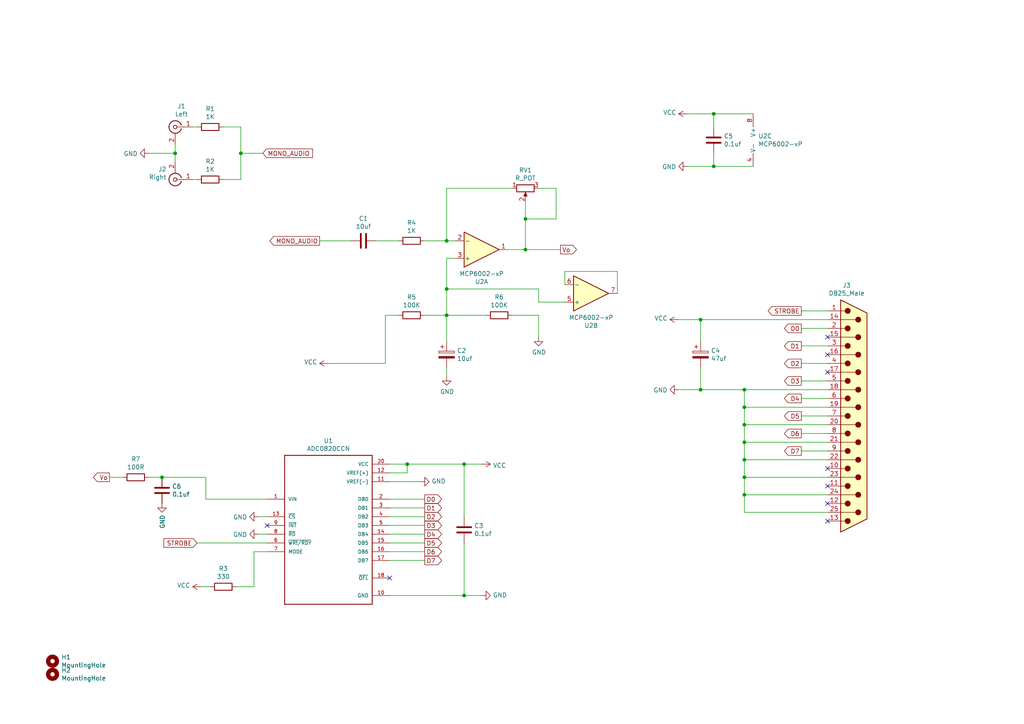
<source format=kicad_sch>
(kicad_sch (version 20211123) (generator eeschema)
  (paper "A4")
  (lib_symbols
    (symbol "Amplifier_Operational:MCP6002-xP" (pin_names (offset 0.127))
      (property "Reference" "U" (at 0 5.08 0))
      (property "Value" "MCP6002-xP" (at 0 -5.08 0))
      (symbol "MCP6002-xP_1_1"
        (polyline (pts (xy -5.08 5.08) (xy 5.08 0) (xy -5.08 -5.08) (xy -5.08 5.08)) (stroke (width 0.254)) (fill (type background)))
        (pin output line (at 7.62 0 180) (length 2.54) (name "~") (number "1"))
        (pin input line (at -7.62 -2.54 0) (length 2.54) (name "-") (number "2"))
        (pin input line (at -7.62 2.54 0) (length 2.54) (name "+") (number "3"))
      )
      (symbol "MCP6002-xP_2_1"
        (polyline (pts (xy -5.08 5.08) (xy 5.08 0) (xy -5.08 -5.08) (xy -5.08 5.08)) (stroke (width 0.254)) (fill (type background)))
        (pin input line (at -7.62 2.54 0) (length 2.54) (name "+") (number "5"))
        (pin input line (at -7.62 -2.54 0) (length 2.54) (name "-") (number "6"))
        (pin output line (at 7.62 0 180) (length 2.54) (name "~") (number "7"))
      )
      (symbol "MCP6002-xP_3_1"
        (pin power_in line (at -2.54 -7.62 90) (length 3.81) (name "V-") (number "4"))
        (pin power_in line (at -2.54 7.62 270) (length 3.81) (name "V+") (number "8"))
      )
    )
    (symbol "Connector:Conn_Coaxial" (pin_names (offset 1.016) hide)
      (property "Reference" "J" (at 0.254 3.048 0))
      (property "Value" "Conn_Coaxial" (at 2.921 0 90))
      (symbol "Conn_Coaxial_0_1"
        (arc (start -1.778 -0.508) (mid 0.222 -1.808) (end 1.778 0) (stroke (width 0.254)))
        (polyline (pts (xy -2.54 0) (xy -0.508 0)))
        (polyline (pts (xy 0 -2.54) (xy 0 -1.778)))
        (circle (center 0 0) (radius 0.508) (stroke (width 0.2032)))
        (arc (start 1.778 0) (mid 0.222 1.8083) (end -1.778 0.508) (stroke (width 0.254)))
      )
      (symbol "Conn_Coaxial_1_1"
        (pin passive line (at -5.08 0 0) (length 2.54) (name "In") (number "1"))
        (pin passive line (at 0 -5.08 90) (length 2.54) (name "Ext") (number "2"))
      )
    )
    (symbol "Connector:DB25_Male" (pin_names (offset 1.016) hide)
      (property "Reference" "J" (at 0 34.29 0))
      (property "Value" "DB25_Male" (at 0 -34.925 0))
      (symbol "DB25_Male_0_1"
        (circle (center -1.778 -30.48) (radius 0.762) (fill (type outline)))
        (circle (center -1.778 -25.4) (radius 0.762) (fill (type outline)))
        (circle (center -1.778 -20.32) (radius 0.762) (fill (type outline)))
        (circle (center -1.778 -15.24) (radius 0.762) (fill (type outline)))
        (circle (center -1.778 -10.16) (radius 0.762) (fill (type outline)))
        (circle (center -1.778 -5.08) (radius 0.762) (fill (type outline)))
        (circle (center -1.778 0) (radius 0.762) (fill (type outline)))
        (circle (center -1.778 5.08) (radius 0.762) (fill (type outline)))
        (circle (center -1.778 10.16) (radius 0.762) (fill (type outline)))
        (circle (center -1.778 15.24) (radius 0.762) (fill (type outline)))
        (circle (center -1.778 20.32) (radius 0.762) (fill (type outline)))
        (circle (center -1.778 25.4) (radius 0.762) (fill (type outline)))
        (circle (center -1.778 30.48) (radius 0.762) (fill (type outline)))
        (polyline (pts (xy -3.81 -30.48) (xy -2.54 -30.48)))
        (polyline (pts (xy -3.81 -27.94) (xy 0.508 -27.94)))
        (polyline (pts (xy -3.81 -25.4) (xy -2.54 -25.4)))
        (polyline (pts (xy -3.81 -22.86) (xy 0.508 -22.86)))
        (polyline (pts (xy -3.81 -20.32) (xy -2.54 -20.32)))
        (polyline (pts (xy -3.81 -17.78) (xy 0.508 -17.78)))
        (polyline (pts (xy -3.81 -15.24) (xy -2.54 -15.24)))
        (polyline (pts (xy -3.81 -12.7) (xy 0.508 -12.7)))
        (polyline (pts (xy -3.81 -10.16) (xy -2.54 -10.16)))
        (polyline (pts (xy -3.81 -7.62) (xy 0.508 -7.62)))
        (polyline (pts (xy -3.81 -5.08) (xy -2.54 -5.08)))
        (polyline (pts (xy -3.81 -2.54) (xy 0.508 -2.54)))
        (polyline (pts (xy -3.81 0) (xy -2.54 0)))
        (polyline (pts (xy -3.81 2.54) (xy 0.508 2.54)))
        (polyline (pts (xy -3.81 5.08) (xy -2.54 5.08)))
        (polyline (pts (xy -3.81 7.62) (xy 0.508 7.62)))
        (polyline (pts (xy -3.81 10.16) (xy -2.54 10.16)))
        (polyline (pts (xy -3.81 12.7) (xy 0.508 12.7)))
        (polyline (pts (xy -3.81 15.24) (xy -2.54 15.24)))
        (polyline (pts (xy -3.81 17.78) (xy 0.508 17.78)))
        (polyline (pts (xy -3.81 20.32) (xy -2.54 20.32)))
        (polyline (pts (xy -3.81 22.86) (xy 0.508 22.86)))
        (polyline (pts (xy -3.81 25.4) (xy -2.54 25.4)))
        (polyline (pts (xy -3.81 27.94) (xy 0.508 27.94)))
        (polyline (pts (xy -3.81 30.48) (xy -2.54 30.48)))
        (polyline (pts (xy -3.81 -33.655) (xy 3.81 -29.845) (xy 3.81 29.845) (xy -3.81 33.655) (xy -3.81 -33.655)) (stroke (width 0.254)) (fill (type background)))
        (circle (center 1.27 -27.94) (radius 0.762) (fill (type outline)))
        (circle (center 1.27 -22.86) (radius 0.762) (fill (type outline)))
        (circle (center 1.27 -17.78) (radius 0.762) (fill (type outline)))
        (circle (center 1.27 -12.7) (radius 0.762) (fill (type outline)))
        (circle (center 1.27 -7.62) (radius 0.762) (fill (type outline)))
        (circle (center 1.27 -2.54) (radius 0.762) (fill (type outline)))
        (circle (center 1.27 2.54) (radius 0.762) (fill (type outline)))
        (circle (center 1.27 7.62) (radius 0.762) (fill (type outline)))
        (circle (center 1.27 12.7) (radius 0.762) (fill (type outline)))
        (circle (center 1.27 17.78) (radius 0.762) (fill (type outline)))
        (circle (center 1.27 22.86) (radius 0.762) (fill (type outline)))
        (circle (center 1.27 27.94) (radius 0.762) (fill (type outline)))
      )
      (symbol "DB25_Male_1_1"
        (pin passive line (at -7.62 -30.48 0) (length 3.81) (name "1") (number "1"))
        (pin passive line (at -7.62 15.24 0) (length 3.81) (name "10") (number "10"))
        (pin passive line (at -7.62 20.32 0) (length 3.81) (name "11") (number "11"))
        (pin passive line (at -7.62 25.4 0) (length 3.81) (name "12") (number "12"))
        (pin passive line (at -7.62 30.48 0) (length 3.81) (name "13") (number "13"))
        (pin passive line (at -7.62 -27.94 0) (length 3.81) (name "P14") (number "14"))
        (pin passive line (at -7.62 -22.86 0) (length 3.81) (name "P15") (number "15"))
        (pin passive line (at -7.62 -17.78 0) (length 3.81) (name "P16") (number "16"))
        (pin passive line (at -7.62 -12.7 0) (length 3.81) (name "P17") (number "17"))
        (pin passive line (at -7.62 -7.62 0) (length 3.81) (name "P18") (number "18"))
        (pin passive line (at -7.62 -2.54 0) (length 3.81) (name "P19") (number "19"))
        (pin passive line (at -7.62 -25.4 0) (length 3.81) (name "2") (number "2"))
        (pin passive line (at -7.62 2.54 0) (length 3.81) (name "P20") (number "20"))
        (pin passive line (at -7.62 7.62 0) (length 3.81) (name "P21") (number "21"))
        (pin passive line (at -7.62 12.7 0) (length 3.81) (name "P22") (number "22"))
        (pin passive line (at -7.62 17.78 0) (length 3.81) (name "P23") (number "23"))
        (pin passive line (at -7.62 22.86 0) (length 3.81) (name "P24") (number "24"))
        (pin passive line (at -7.62 27.94 0) (length 3.81) (name "P25") (number "25"))
        (pin passive line (at -7.62 -20.32 0) (length 3.81) (name "3") (number "3"))
        (pin passive line (at -7.62 -15.24 0) (length 3.81) (name "4") (number "4"))
        (pin passive line (at -7.62 -10.16 0) (length 3.81) (name "5") (number "5"))
        (pin passive line (at -7.62 -5.08 0) (length 3.81) (name "6") (number "6"))
        (pin passive line (at -7.62 0 0) (length 3.81) (name "7") (number "7"))
        (pin passive line (at -7.62 5.08 0) (length 3.81) (name "8") (number "8"))
        (pin passive line (at -7.62 10.16 0) (length 3.81) (name "9") (number "9"))
      )
    )
    (symbol "Device:C" (pin_numbers hide) (pin_names (offset 0.254))
      (property "Reference" "C" (at 0.635 2.54 0))
      (property "Value" "C" (at 0.635 -2.54 0))
      (symbol "C_0_1"
        (polyline (pts (xy -2.032 -0.762) (xy 2.032 -0.762)) (stroke (width 0.508)))
        (polyline (pts (xy -2.032 0.762) (xy 2.032 0.762)) (stroke (width 0.508)))
      )
      (symbol "C_1_1"
        (pin passive line (at 0 3.81 270) (length 2.794) (name "~") (number "1"))
        (pin passive line (at 0 -3.81 90) (length 2.794) (name "~") (number "2"))
      )
    )
    (symbol "Device:CP" (pin_numbers hide) (pin_names (offset 0.254))
      (property "Reference" "C" (at 0.635 2.54 0))
      (property "Value" "Device_CP" (at 0.635 -2.54 0))
      (symbol "CP_0_1"
        (rectangle (start -2.286 0.508) (end 2.286 1.016))
        (polyline (pts (xy -1.778 2.286) (xy -0.762 2.286)))
        (polyline (pts (xy -1.27 2.794) (xy -1.27 1.778)))
        (rectangle (start 2.286 -0.508) (end -2.286 -1.016) (fill (type outline)))
      )
      (symbol "CP_1_1"
        (pin passive line (at 0 3.81 270) (length 2.794) (name "~") (number "1"))
        (pin passive line (at 0 -3.81 90) (length 2.794) (name "~") (number "2"))
      )
    )
    (symbol "Device:R" (pin_numbers hide) (pin_names (offset 0))
      (property "Reference" "R" (at 2.032 0 90))
      (property "Value" "R" (at 0 0 90))
      (symbol "R_0_1"
        (rectangle (start -1.016 -2.54) (end 1.016 2.54) (stroke (width 0.254)))
      )
      (symbol "R_1_1"
        (pin passive line (at 0 3.81 270) (length 1.27) (name "~") (number "1"))
        (pin passive line (at 0 -3.81 90) (length 1.27) (name "~") (number "2"))
      )
    )
    (symbol "Device:R_POT" (pin_names (offset 1.016) hide)
      (property "Reference" "RV" (at -4.445 0 90))
      (property "Value" "Device_R_POT" (at -2.54 0 90))
      (symbol "R_POT_0_1"
        (polyline (pts (xy 2.54 0) (xy 1.524 0)))
        (polyline (pts (xy 1.143 0) (xy 2.286 0.508) (xy 2.286 -0.508) (xy 1.143 0)) (fill (type outline)))
        (rectangle (start 1.016 2.54) (end -1.016 -2.54) (stroke (width 0.254)))
      )
      (symbol "R_POT_1_1"
        (pin passive line (at 0 3.81 270) (length 1.27) (name "1") (number "1"))
        (pin passive line (at 3.81 0 180) (length 1.27) (name "2") (number "2"))
        (pin passive line (at 0 -3.81 90) (length 1.27) (name "3") (number "3"))
      )
    )
    (symbol "Mechanical:MountingHole" (pin_names (offset 1.016))
      (property "Reference" "H" (at 0 5.08 0))
      (property "Value" "MountingHole" (at 0 3.175 0))
      (symbol "MountingHole_0_1"
        (circle (center 0 0) (radius 1.27) (stroke (width 1.27)))
      )
    )
    (symbol "open-amiga-sampler-rescue:ADC0820CCN-ADC0820CCN" (pin_names (offset 1.016))
      (property "Reference" "U" (at -12.7 21.3106 0))
      (property "Value" "ADC0820CCN-ADC0820CCN" (at -12.7 -26.8478 0))
      (symbol "ADC0820CCN-ADC0820CCN_0_0"
        (polyline (pts (xy -12.7 -22.86) (xy -12.7 20.32)) (stroke (width 0.254)))
        (polyline (pts (xy -12.7 20.32) (xy 12.7 20.32)) (stroke (width 0.254)))
        (polyline (pts (xy 12.7 -22.86) (xy -12.7 -22.86)) (stroke (width 0.254)))
        (polyline (pts (xy 12.7 20.32) (xy 12.7 -22.86)) (stroke (width 0.254)))
        (pin input line (at -17.78 7.62 0) (length 5.08) (name "VIN") (number "1"))
        (pin power_in line (at 17.78 -20.32 180) (length 5.08) (name "GND") (number "10"))
        (pin power_in line (at 17.78 12.7 180) (length 5.08) (name "VREF(-)") (number "11"))
        (pin power_in line (at 17.78 15.24 180) (length 5.08) (name "VREF(+)") (number "12"))
        (pin input line (at -17.78 2.54 0) (length 5.08) (name "~{CS}") (number "13"))
        (pin output line (at 17.78 -2.54 180) (length 5.08) (name "DB4") (number "14"))
        (pin output line (at 17.78 -5.08 180) (length 5.08) (name "DB5") (number "15"))
        (pin output line (at 17.78 -7.62 180) (length 5.08) (name "DB6") (number "16"))
        (pin output line (at 17.78 -10.16 180) (length 5.08) (name "DB7") (number "17"))
        (pin output line (at 17.78 -15.24 180) (length 5.08) (name "~{OFL}") (number "18"))
        (pin output line (at 17.78 7.62 180) (length 5.08) (name "DB0") (number "2"))
        (pin power_in line (at 17.78 17.78 180) (length 5.08) (name "VCC") (number "20"))
        (pin output line (at 17.78 5.08 180) (length 5.08) (name "DB1") (number "3"))
        (pin output line (at 17.78 2.54 180) (length 5.08) (name "DB2") (number "4"))
        (pin output line (at 17.78 0 180) (length 5.08) (name "DB3") (number "5"))
        (pin input line (at -17.78 -5.08 0) (length 5.08) (name "~{WR!/RDY}") (number "6"))
        (pin input line (at -17.78 -7.62 0) (length 5.08) (name "MODE") (number "7"))
        (pin input line (at -17.78 -2.54 0) (length 5.08) (name "~{RD}") (number "8"))
        (pin input line (at -17.78 0 0) (length 5.08) (name "~{INT}") (number "9"))
      )
    )
    (symbol "power:GND" (power) (pin_names (offset 0))
      (property "Value" "GND" (at 0 -3.81 0))
      (symbol "GND_0_1"
        (polyline (pts (xy 0 0) (xy 0 -1.27) (xy 1.27 -1.27) (xy 0 -2.54) (xy -1.27 -1.27) (xy 0 -1.27)))
      )
      (symbol "GND_1_1"
        (pin power_in line (at 0 0 270) (length 0) hide (name "GND") (number "1"))
      )
    )
    (symbol "power:VCC" (power) (pin_names (offset 0))
      (property "Value" "VCC" (at 0 3.81 0))
      (symbol "VCC_0_1"
        (polyline (pts (xy -0.762 1.27) (xy 0 2.54)))
        (polyline (pts (xy 0 0) (xy 0 2.54)))
        (polyline (pts (xy 0 2.54) (xy 0.762 1.27)))
      )
      (symbol "VCC_1_1"
        (pin power_in line (at 0 0 90) (length 0) hide (name "VCC") (number "1"))
      )
    )
  )
  (junction (at 129.54 83.82))
  (junction (at 203.2 92.71))
  (junction (at 215.9 128.27))
  (junction (at 152.4 63.5))
  (junction (at 129.54 91.44))
  (junction (at 215.9 118.11))
  (junction (at 215.9 143.51))
  (junction (at 152.4 72.39))
  (junction (at 134.62 134.62))
  (junction (at 215.9 133.35))
  (junction (at 69.85 44.45))
  (junction (at 134.62 172.72))
  (junction (at 215.9 113.03))
  (junction (at 207.01 48.26))
  (junction (at 118.11 134.62))
  (junction (at 215.9 138.43))
  (junction (at 129.54 69.85))
  (junction (at 46.99 138.43))
  (junction (at 203.2 113.03))
  (junction (at 215.9 123.19))
  (junction (at 207.01 33.02))
  (junction (at 50.8 44.45))
  (no_connect (at 113.03 167.64))
  (no_connect (at 240.03 102.87))
  (no_connect (at 240.03 107.95))
  (no_connect (at 77.47 152.4))
  (no_connect (at 240.03 140.97))
  (no_connect (at 240.03 151.13))
  (no_connect (at 240.03 135.89))
  (no_connect (at 240.03 146.05))
  (no_connect (at 240.03 97.79))
  (wire (pts (xy 215.9 133.35) (xy 215.9 128.27)))
  (wire (pts (xy 232.41 105.41) (xy 240.03 105.41)))
  (wire (pts (xy 240.03 133.35) (xy 215.9 133.35)))
  (wire (pts (xy 207.01 44.45) (xy 207.01 48.26)))
  (wire (pts (xy 123.19 91.44) (xy 129.54 91.44)))
  (wire (pts (xy 50.8 46.99) (xy 50.8 44.45)))
  (wire (pts (xy 240.03 128.27) (xy 215.9 128.27)))
  (wire (pts (xy 73.66 160.02) (xy 73.66 170.18)))
  (wire (pts (xy 156.21 91.44) (xy 156.21 97.79)))
  (wire (pts (xy 64.77 36.83) (xy 69.85 36.83)))
  (wire (pts (xy 148.59 91.44) (xy 156.21 91.44)))
  (wire (pts (xy 73.66 170.18) (xy 68.58 170.18)))
  (wire (pts (xy 179.07 78.74) (xy 179.07 85.09)))
  (wire (pts (xy 215.9 113.03) (xy 240.03 113.03)))
  (wire (pts (xy 58.42 170.18) (xy 60.96 170.18)))
  (wire (pts (xy 163.83 78.74) (xy 179.07 78.74)))
  (wire (pts (xy 59.69 144.78) (xy 77.47 144.78)))
  (wire (pts (xy 156.21 87.63) (xy 156.21 83.82)))
  (wire (pts (xy 134.62 149.86) (xy 134.62 134.62)))
  (wire (pts (xy 113.03 134.62) (xy 118.11 134.62)))
  (wire (pts (xy 240.03 118.11) (xy 215.9 118.11)))
  (wire (pts (xy 129.54 54.61) (xy 148.59 54.61)))
  (wire (pts (xy 92.71 69.85) (xy 101.6 69.85)))
  (wire (pts (xy 113.03 139.7) (xy 121.92 139.7)))
  (wire (pts (xy 232.41 115.57) (xy 240.03 115.57)))
  (wire (pts (xy 232.41 95.25) (xy 240.03 95.25)))
  (wire (pts (xy 129.54 54.61) (xy 129.54 69.85)))
  (wire (pts (xy 69.85 52.07) (xy 69.85 44.45)))
  (wire (pts (xy 113.03 162.56) (xy 123.19 162.56)))
  (wire (pts (xy 161.29 63.5) (xy 152.4 63.5)))
  (wire (pts (xy 203.2 113.03) (xy 215.9 113.03)))
  (wire (pts (xy 215.9 138.43) (xy 215.9 133.35)))
  (wire (pts (xy 134.62 172.72) (xy 139.7 172.72)))
  (wire (pts (xy 215.9 148.59) (xy 215.9 143.51)))
  (wire (pts (xy 50.8 44.45) (xy 50.8 41.91)))
  (wire (pts (xy 207.01 33.02) (xy 218.44 33.02)))
  (wire (pts (xy 232.41 130.81) (xy 240.03 130.81)))
  (wire (pts (xy 152.4 72.39) (xy 162.56 72.39)))
  (wire (pts (xy 69.85 36.83) (xy 69.85 44.45)))
  (wire (pts (xy 129.54 69.85) (xy 132.08 69.85)))
  (wire (pts (xy 129.54 83.82) (xy 129.54 91.44)))
  (wire (pts (xy 59.69 144.78) (xy 59.69 138.43)))
  (wire (pts (xy 232.41 110.49) (xy 240.03 110.49)))
  (wire (pts (xy 113.03 154.94) (xy 123.19 154.94)))
  (wire (pts (xy 218.44 48.26) (xy 207.01 48.26)))
  (wire (pts (xy 240.03 123.19) (xy 215.9 123.19)))
  (wire (pts (xy 203.2 92.71) (xy 196.85 92.71)))
  (wire (pts (xy 207.01 36.83) (xy 207.01 33.02)))
  (wire (pts (xy 156.21 54.61) (xy 161.29 54.61)))
  (wire (pts (xy 113.03 144.78) (xy 123.19 144.78)))
  (wire (pts (xy 129.54 106.68) (xy 129.54 109.22)))
  (wire (pts (xy 113.03 147.32) (xy 123.19 147.32)))
  (wire (pts (xy 215.9 123.19) (xy 215.9 118.11)))
  (wire (pts (xy 161.29 54.61) (xy 161.29 63.5)))
  (wire (pts (xy 43.18 44.45) (xy 50.8 44.45)))
  (wire (pts (xy 113.03 149.86) (xy 123.19 149.86)))
  (wire (pts (xy 240.03 92.71) (xy 203.2 92.71)))
  (wire (pts (xy 134.62 134.62) (xy 139.7 134.62)))
  (wire (pts (xy 163.83 82.55) (xy 163.83 78.74)))
  (wire (pts (xy 152.4 58.42) (xy 152.4 63.5)))
  (wire (pts (xy 196.85 113.03) (xy 203.2 113.03)))
  (wire (pts (xy 152.4 63.5) (xy 152.4 72.39)))
  (wire (pts (xy 55.88 36.83) (xy 57.15 36.83)))
  (wire (pts (xy 113.03 172.72) (xy 134.62 172.72)))
  (wire (pts (xy 215.9 143.51) (xy 215.9 138.43)))
  (wire (pts (xy 232.41 90.17) (xy 240.03 90.17)))
  (wire (pts (xy 203.2 99.06) (xy 203.2 92.71)))
  (wire (pts (xy 77.47 160.02) (xy 73.66 160.02)))
  (wire (pts (xy 203.2 106.68) (xy 203.2 113.03)))
  (wire (pts (xy 129.54 74.93) (xy 129.54 83.82)))
  (wire (pts (xy 113.03 157.48) (xy 123.19 157.48)))
  (wire (pts (xy 240.03 138.43) (xy 215.9 138.43)))
  (wire (pts (xy 240.03 148.59) (xy 215.9 148.59)))
  (wire (pts (xy 111.76 105.41) (xy 111.76 91.44)))
  (wire (pts (xy 55.88 52.07) (xy 57.15 52.07)))
  (wire (pts (xy 129.54 91.44) (xy 140.97 91.44)))
  (wire (pts (xy 43.18 138.43) (xy 46.99 138.43)))
  (wire (pts (xy 129.54 74.93) (xy 132.08 74.93)))
  (wire (pts (xy 232.41 120.65) (xy 240.03 120.65)))
  (wire (pts (xy 111.76 91.44) (xy 115.57 91.44)))
  (wire (pts (xy 134.62 157.48) (xy 134.62 172.72)))
  (wire (pts (xy 156.21 83.82) (xy 129.54 83.82)))
  (wire (pts (xy 109.22 69.85) (xy 115.57 69.85)))
  (wire (pts (xy 215.9 128.27) (xy 215.9 123.19)))
  (wire (pts (xy 31.75 138.43) (xy 35.56 138.43)))
  (wire (pts (xy 113.03 160.02) (xy 123.19 160.02)))
  (wire (pts (xy 147.32 72.39) (xy 152.4 72.39)))
  (wire (pts (xy 64.77 52.07) (xy 69.85 52.07)))
  (wire (pts (xy 123.19 69.85) (xy 129.54 69.85)))
  (wire (pts (xy 118.11 137.16) (xy 118.11 134.62)))
  (wire (pts (xy 69.85 44.45) (xy 76.2 44.45)))
  (wire (pts (xy 163.83 87.63) (xy 156.21 87.63)))
  (wire (pts (xy 113.03 152.4) (xy 123.19 152.4)))
  (wire (pts (xy 129.54 91.44) (xy 129.54 99.06)))
  (wire (pts (xy 57.15 157.48) (xy 77.47 157.48)))
  (wire (pts (xy 118.11 134.62) (xy 134.62 134.62)))
  (wire (pts (xy 59.69 138.43) (xy 46.99 138.43)))
  (wire (pts (xy 240.03 143.51) (xy 215.9 143.51)))
  (wire (pts (xy 74.93 149.86) (xy 77.47 149.86)))
  (wire (pts (xy 199.39 33.02) (xy 207.01 33.02)))
  (wire (pts (xy 207.01 48.26) (xy 199.39 48.26)))
  (wire (pts (xy 95.25 105.41) (xy 111.76 105.41)))
  (wire (pts (xy 232.41 125.73) (xy 240.03 125.73)))
  (wire (pts (xy 74.93 154.94) (xy 77.47 154.94)))
  (wire (pts (xy 232.41 100.33) (xy 240.03 100.33)))
  (wire (pts (xy 215.9 118.11) (xy 215.9 113.03)))
  (wire (pts (xy 113.03 137.16) (xy 118.11 137.16)))
  (global_label "D2" (shape output) (at 232.41 105.41 180) (property "Intersheet References" "${INTERSHEET_REFS}" (effects hide)))
  (global_label "MONO_AUDIO" (shape output) (at 92.71 69.85 180) (property "Intersheet References" "${INTERSHEET_REFS}" (effects hide)))
  (global_label "D1" (shape output) (at 123.19 147.32 0) (property "Intersheet References" "${INTERSHEET_REFS}" (effects hide)))
  (global_label "D7" (shape output) (at 232.41 130.81 180) (property "Intersheet References" "${INTERSHEET_REFS}" (effects hide)))
  (global_label "D0" (shape output) (at 232.41 95.25 180) (property "Intersheet References" "${INTERSHEET_REFS}" (effects hide)))
  (global_label "D2" (shape output) (at 123.19 149.86 0) (property "Intersheet References" "${INTERSHEET_REFS}" (effects hide)))
  (global_label "D7" (shape output) (at 123.19 162.56 0) (property "Intersheet References" "${INTERSHEET_REFS}" (effects hide)))
  (global_label "D5" (shape output) (at 123.19 157.48 0) (property "Intersheet References" "${INTERSHEET_REFS}" (effects hide)))
  (global_label "D4" (shape output) (at 232.41 115.57 180) (property "Intersheet References" "${INTERSHEET_REFS}" (effects hide)))
  (global_label "D1" (shape output) (at 232.41 100.33 180) (property "Intersheet References" "${INTERSHEET_REFS}" (effects hide)))
  (global_label "Vo" (shape output) (at 162.56 72.39 0) (property "Intersheet References" "${INTERSHEET_REFS}" (effects hide)))
  (global_label "MONO_AUDIO" (shape input) (at 76.2 44.45 0) (property "Intersheet References" "${INTERSHEET_REFS}" (effects hide)))
  (global_label "D6" (shape output) (at 232.41 125.73 180) (property "Intersheet References" "${INTERSHEET_REFS}" (effects hide)))
  (global_label "D6" (shape output) (at 123.19 160.02 0) (property "Intersheet References" "${INTERSHEET_REFS}" (effects hide)))
  (global_label "D3" (shape output) (at 123.19 152.4 0) (property "Intersheet References" "${INTERSHEET_REFS}" (effects hide)))
  (global_label "D0" (shape output) (at 123.19 144.78 0) (property "Intersheet References" "${INTERSHEET_REFS}" (effects hide)))
  (global_label "D3" (shape output) (at 232.41 110.49 180) (property "Intersheet References" "${INTERSHEET_REFS}" (effects hide)))
  (global_label "D4" (shape output) (at 123.19 154.94 0) (property "Intersheet References" "${INTERSHEET_REFS}" (effects hide)))
  (global_label "STROBE" (shape output) (at 232.41 90.17 180) (property "Intersheet References" "${INTERSHEET_REFS}" (effects hide)))
  (global_label "Vo" (shape output) (at 31.75 138.43 180) (property "Intersheet References" "${INTERSHEET_REFS}" (effects hide)))
  (global_label "STROBE" (shape input) (at 57.15 157.48 180) (property "Intersheet References" "${INTERSHEET_REFS}" (effects hide)))
  (global_label "D5" (shape output) (at 232.41 120.65 180) (property "Intersheet References" "${INTERSHEET_REFS}" (effects hide)))
  (symbol (lib_id "Amplifier_Operational:MCP6002-xP") (at 139.7 72.39 0) (mirror x) (unit 1)
    (property "Reference" "U2" (at 139.7 81.7118 0))
    (property "Value" "MCP6002-xP" (at 139.7 79.4004 0))
    (property "Footprint" "Package_DIP:DIP-8_W7.62mm_Socket" (effects hide))
    (property "Datasheet" "http://ww1.microchip.com/downloads/en/DeviceDoc/21733j.pdf" (effects hide))
    (property "Mouser" "579-MCP6002-I/P" (effects hide))
  )
  (symbol (lib_id "open-amiga-sampler-rescue:ADC0820CCN-ADC0820CCN") (at 95.25 152.4 0) (unit 1)
    (property "Reference" "U1" (at 95.25 127.8382 0))
    (property "Value" "ADC0820CCN" (at 95.25 130.1496 0))
    (property "Footprint" "Package_DIP:DIP-20_W7.62mm_Socket" (effects hide))
    (property "Datasheet" "ADC0820CCN" (effects hide))
    (property "Field4" "DIP-20 Analog Devices" (effects hide))
    (property "Field5" "None" (effects hide))
    (property "Field6" "Unavailable" (effects hide))
    (property "Field7" "Texas" (effects hide))
    (property "Mouser" "700-ADC0820CCN" (effects hide))
  )
  (symbol (lib_id "power:VCC") (at 95.25 105.41 90) (unit 1)
    (property "Reference" "#PWR05" (effects hide))
    (property "Value" "VCC" (at 92.0242 105.029 90) (effects (justify left)))
  )
  (symbol (lib_id "power:GND") (at 129.54 109.22 0) (unit 1)
    (property "Reference" "#PWR07" (effects hide))
    (property "Value" "GND" (at 129.667 113.6142 0))
  )
  (symbol (lib_id "power:GND") (at 156.21 97.79 0) (unit 1)
    (property "Reference" "#PWR010" (effects hide))
    (property "Value" "GND" (at 156.337 102.1842 0))
  )
  (symbol (lib_id "Device:C") (at 105.41 69.85 90) (unit 1)
    (property "Reference" "C1" (at 105.41 63.373 90))
    (property "Value" "10uf" (at 105.41 65.6844 90))
    (property "Footprint" "Capacitor_THT:CP_Radial_Tantal_D5.5mm_P2.50mm" (effects hide))
    (property "Mouser" " 581-TAP106K010DTW" (effects hide))
  )
  (symbol (lib_id "Device:CP") (at 129.54 102.87 0) (unit 1)
    (property "Reference" "C2" (at 132.5372 101.7016 0) (effects (justify left)))
    (property "Value" "10uf" (at 132.5372 104.013 0) (effects (justify left)))
    (property "Footprint" "Capacitor_THT:CP_Radial_D4.0mm_P1.50mm" (effects hide))
    (property "Mouser" "647-UMP1A100MDD1TP" (effects hide))
  )
  (symbol (lib_id "Device:R") (at 119.38 69.85 270) (unit 1)
    (property "Reference" "R4" (at 119.38 64.5922 90))
    (property "Value" "1K" (at 119.38 66.9036 90))
    (property "Footprint" "Resistor_THT:R_Axial_DIN0207_L6.3mm_D2.5mm_P10.16mm_Horizontal" (effects hide))
  )
  (symbol (lib_id "Device:R") (at 119.38 91.44 270) (unit 1)
    (property "Reference" "R5" (at 119.38 86.1822 90))
    (property "Value" "100K" (at 119.38 88.4936 90))
    (property "Footprint" "Resistor_THT:R_Axial_DIN0207_L6.3mm_D2.5mm_P10.16mm_Horizontal" (effects hide))
  )
  (symbol (lib_id "Device:R") (at 144.78 91.44 270) (unit 1)
    (property "Reference" "R6" (at 144.78 86.1822 90))
    (property "Value" "100K" (at 144.78 88.4936 90))
    (property "Footprint" "Resistor_THT:R_Axial_DIN0207_L6.3mm_D2.5mm_P10.16mm_Horizontal" (effects hide))
  )
  (symbol (lib_id "Connector:Conn_Coaxial") (at 50.8 52.07 180) (unit 1)
    (property "Reference" "J2" (at 48.2854 49.0728 0) (effects (justify left)))
    (property "Value" "Right" (at 48.2854 51.3842 0) (effects (justify left)))
    (property "Footprint" "connectors:Audio pads" (effects hide))
    (property "Datasheet" " ~" (effects hide))
    (property "Mouser" "490-RCJ-031" (effects hide))
  )
  (symbol (lib_id "power:VCC") (at 139.7 134.62 270) (unit 1)
    (property "Reference" "#PWR08" (effects hide))
    (property "Value" "VCC" (at 142.9512 135.001 90) (effects (justify left)))
  )
  (symbol (lib_id "Connector:Conn_Coaxial") (at 50.8 36.83 0) (mirror y) (unit 1)
    (property "Reference" "J1" (at 52.6288 30.7848 0))
    (property "Value" "Left" (at 52.6288 33.0962 0))
    (property "Footprint" "connectors:Audio pads" (effects hide))
    (property "Datasheet" " ~" (effects hide))
    (property "Mouser" "490-RCJ-032" (effects hide))
  )
  (symbol (lib_id "power:GND") (at 121.92 139.7 90) (unit 1)
    (property "Reference" "#PWR06" (effects hide))
    (property "Value" "GND" (at 125.1712 139.573 90) (effects (justify right)))
  )
  (symbol (lib_id "Connector:DB25_Male") (at 247.65 120.65 0) (mirror x) (unit 1)
    (property "Reference" "J3" (at 245.5672 82.7532 0))
    (property "Value" "DB25_Male" (at 245.5672 85.0646 0))
    (property "Footprint" "Connector_Dsub:DSUB-25_Male_EdgeMount_P2.77mm" (effects hide))
    (property "Datasheet" " ~" (effects hide))
    (property "Mouser" "601-40-9725M" (effects hide))
  )
  (symbol (lib_id "power:GND") (at 43.18 44.45 270) (unit 1)
    (property "Reference" "#PWR01" (effects hide))
    (property "Value" "GND" (at 39.9288 44.577 90) (effects (justify right)))
  )
  (symbol (lib_id "Device:R") (at 60.96 36.83 270) (unit 1)
    (property "Reference" "R1" (at 60.96 31.5722 90))
    (property "Value" "1K" (at 60.96 33.8836 90))
    (property "Footprint" "Resistor_THT:R_Axial_DIN0207_L6.3mm_D2.5mm_P10.16mm_Horizontal" (effects hide))
  )
  (symbol (lib_id "Device:R") (at 60.96 52.07 270) (unit 1)
    (property "Reference" "R2" (at 60.96 46.8122 90))
    (property "Value" "1K" (at 60.96 49.1236 90))
    (property "Footprint" "Resistor_THT:R_Axial_DIN0207_L6.3mm_D2.5mm_P10.16mm_Horizontal" (effects hide))
  )
  (symbol (lib_id "Device:CP") (at 203.2 102.87 0) (unit 1)
    (property "Reference" "C4" (at 206.1972 101.7016 0) (effects (justify left)))
    (property "Value" "47uf" (at 206.1972 104.013 0) (effects (justify left)))
    (property "Footprint" "Capacitor_THT:CP_Radial_D5.0mm_P2.00mm" (effects hide))
    (property "Mouser" "647-URS1A470MDD1TA" (effects hide))
  )
  (symbol (lib_id "power:VCC") (at 196.85 92.71 90) (unit 1)
    (property "Reference" "#PWR012" (effects hide))
    (property "Value" "VCC" (at 193.6242 92.329 90) (effects (justify left)))
  )
  (symbol (lib_id "power:GND") (at 196.85 113.03 270) (unit 1)
    (property "Reference" "#PWR013" (effects hide))
    (property "Value" "GND" (at 193.5988 113.157 90) (effects (justify right)))
  )
  (symbol (lib_id "power:GND") (at 74.93 149.86 270) (unit 1)
    (property "Reference" "#PWR03" (effects hide))
    (property "Value" "GND" (at 71.6788 149.987 90) (effects (justify right)))
  )
  (symbol (lib_id "power:GND") (at 74.93 154.94 270) (unit 1)
    (property "Reference" "#PWR04" (effects hide))
    (property "Value" "GND" (at 71.6788 155.067 90) (effects (justify right)))
  )
  (symbol (lib_id "power:VCC") (at 58.42 170.18 90) (unit 1)
    (property "Reference" "#PWR02" (effects hide))
    (property "Value" "VCC" (at 55.1942 169.799 90) (effects (justify left)))
  )
  (symbol (lib_id "Device:R") (at 64.77 170.18 270) (unit 1)
    (property "Reference" "R3" (at 64.77 164.9222 90))
    (property "Value" "330" (at 64.77 167.2336 90))
    (property "Footprint" "Resistor_THT:R_Axial_DIN0207_L6.3mm_D2.5mm_P10.16mm_Horizontal" (effects hide))
  )
  (symbol (lib_id "power:GND") (at 139.7 172.72 90) (unit 1)
    (property "Reference" "#PWR09" (effects hide))
    (property "Value" "GND" (at 142.9512 172.593 90) (effects (justify right)))
  )
  (symbol (lib_id "Device:C") (at 134.62 153.67 0) (unit 1)
    (property "Reference" "C3" (at 137.541 152.5016 0) (effects (justify left)))
    (property "Value" "0.1uf" (at 137.541 154.813 0) (effects (justify left)))
    (property "Footprint" "Capacitor_THT:C_Disc_D3.4mm_W2.1mm_P2.50mm" (effects hide))
  )
  (symbol (lib_id "Amplifier_Operational:MCP6002-xP") (at 220.98 40.64 0) (unit 3)
    (property "Reference" "U2" (at 219.9132 39.4716 0) (effects (justify left)))
    (property "Value" "MCP6002-xP" (at 219.9132 41.783 0) (effects (justify left)))
    (property "Footprint" "Package_DIP:DIP-8_W7.62mm_Socket" (effects hide))
    (property "Datasheet" "http://ww1.microchip.com/downloads/en/DeviceDoc/21733j.pdf" (effects hide))
    (property "Mouser" "579-MCP6002-I/P" (effects hide))
  )
  (symbol (lib_id "power:VCC") (at 199.39 33.02 90) (unit 1)
    (property "Reference" "#PWR014" (effects hide))
    (property "Value" "VCC" (at 196.1642 32.639 90) (effects (justify left)))
  )
  (symbol (lib_id "power:GND") (at 199.39 48.26 270) (unit 1)
    (property "Reference" "#PWR015" (effects hide))
    (property "Value" "GND" (at 196.1388 48.387 90) (effects (justify right)))
  )
  (symbol (lib_id "Device:C") (at 207.01 40.64 0) (unit 1)
    (property "Reference" "C5" (at 209.931 39.4716 0) (effects (justify left)))
    (property "Value" "0.1uf" (at 209.931 41.783 0) (effects (justify left)))
    (property "Footprint" "Capacitor_THT:C_Disc_D3.4mm_W2.1mm_P2.50mm" (effects hide))
  )
  (symbol (lib_id "Device:R_POT") (at 152.4 54.61 90) (mirror x) (unit 1)
    (property "Reference" "RV1" (at 152.4 49.3522 90))
    (property "Value" "R_POT" (at 152.4 51.6636 90))
    (property "Footprint" "connectors:Pot pads" (effects hide))
    (property "Mouser" "858-P160KN-0QC20A10K" (effects hide))
  )
  (symbol (lib_id "Mechanical:MountingHole") (at 15.24 195.58 0) (unit 1)
    (property "Reference" "H2" (at 17.78 194.4116 0) (effects (justify left)))
    (property "Value" "MountingHole" (at 17.78 196.723 0) (effects (justify left)))
    (property "Footprint" "MountingHole:MountingHole_2.2mm_M2" (effects hide))
  )
  (symbol (lib_id "Mechanical:MountingHole") (at 15.24 191.77 0) (unit 1)
    (property "Reference" "H1" (at 17.78 190.6016 0) (effects (justify left)))
    (property "Value" "MountingHole" (at 17.78 192.913 0) (effects (justify left)))
    (property "Footprint" "MountingHole:MountingHole_2.2mm_M2" (effects hide))
  )
  (symbol (lib_id "Device:C") (at 46.99 142.24 0) (unit 1)
    (property "Reference" "C6" (at 49.911 141.0716 0) (effects (justify left)))
    (property "Value" "0.1uf" (at 49.911 143.383 0) (effects (justify left)))
    (property "Footprint" "Capacitor_THT:C_Disc_D3.4mm_W2.1mm_P2.50mm" (effects hide))
  )
  (symbol (lib_id "Amplifier_Operational:MCP6002-xP") (at 171.45 85.09 0) (mirror x) (unit 2)
    (property "Reference" "U2" (at 171.45 94.4118 0))
    (property "Value" "MCP6002-xP" (at 171.45 92.1004 0))
    (property "Footprint" "Package_DIP:DIP-8_W7.62mm_Socket" (effects hide))
    (property "Datasheet" "http://ww1.microchip.com/downloads/en/DeviceDoc/21733j.pdf" (effects hide))
    (property "Mouser" "579-MCP6002-I/P" (effects hide))
  )
  (symbol (lib_id "Device:R") (at 39.37 138.43 270) (unit 1)
    (property "Reference" "R7" (at 39.37 133.1722 90))
    (property "Value" "100R" (at 39.37 135.4836 90))
    (property "Footprint" "Resistor_THT:R_Axial_DIN0207_L6.3mm_D2.5mm_P10.16mm_Horizontal" (effects hide))
  )
  (symbol (lib_id "power:GND") (at 46.99 146.05 0) (unit 1)
    (property "Reference" "#PWR0101" (effects hide))
    (property "Value" "GND" (at 47.117 149.3012 90) (effects (justify right)))
  )
)
</source>
